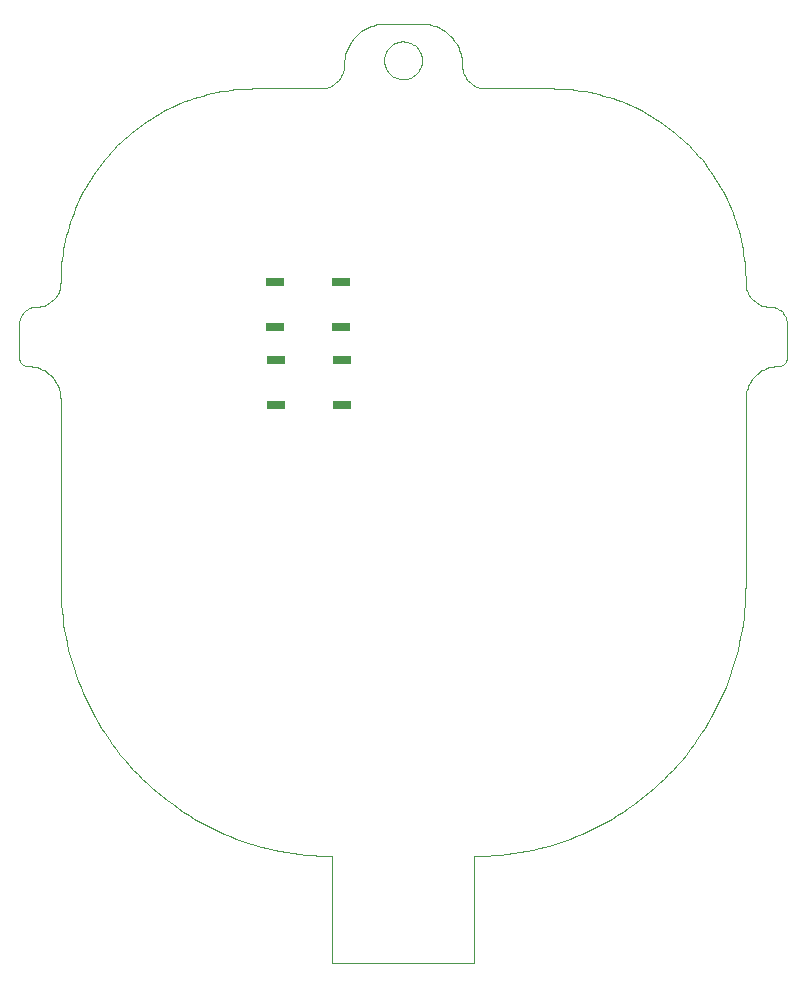
<source format=gbp>
G75*
%MOIN*%
%OFA0B0*%
%FSLAX24Y24*%
%IPPOS*%
%LPD*%
%AMOC8*
5,1,8,0,0,1.08239X$1,22.5*
%
%ADD10C,0.0000*%
%ADD11R,0.0600X0.0300*%
D10*
X010533Y001133D02*
X015257Y001133D01*
X015257Y004677D01*
X010533Y004677D02*
X010533Y001133D01*
X010533Y004677D02*
X010314Y004680D01*
X010096Y004688D01*
X009877Y004701D01*
X009659Y004719D01*
X009442Y004743D01*
X009225Y004772D01*
X009009Y004806D01*
X008793Y004846D01*
X008579Y004890D01*
X008366Y004940D01*
X008154Y004995D01*
X007944Y005055D01*
X007735Y005120D01*
X007528Y005190D01*
X007322Y005265D01*
X007118Y005345D01*
X006917Y005430D01*
X006717Y005520D01*
X006520Y005615D01*
X006325Y005714D01*
X006132Y005818D01*
X005942Y005927D01*
X005755Y006040D01*
X005571Y006158D01*
X005389Y006280D01*
X005211Y006406D01*
X005035Y006537D01*
X004863Y006672D01*
X004694Y006811D01*
X004528Y006954D01*
X004366Y007101D01*
X004208Y007252D01*
X004053Y007407D01*
X003902Y007565D01*
X003755Y007727D01*
X003612Y007893D01*
X003473Y008062D01*
X003338Y008234D01*
X003207Y008410D01*
X003081Y008588D01*
X002959Y008770D01*
X002841Y008954D01*
X002728Y009141D01*
X002619Y009331D01*
X002515Y009524D01*
X002416Y009719D01*
X002321Y009916D01*
X002231Y010116D01*
X002146Y010317D01*
X002066Y010521D01*
X001991Y010727D01*
X001921Y010934D01*
X001856Y011143D01*
X001796Y011353D01*
X001741Y011565D01*
X001691Y011778D01*
X001647Y011992D01*
X001607Y012208D01*
X001573Y012424D01*
X001544Y012641D01*
X001520Y012858D01*
X001502Y013076D01*
X001489Y013295D01*
X001481Y013513D01*
X001478Y013732D01*
X001478Y019916D01*
X001476Y019980D01*
X001471Y020044D01*
X001461Y020107D01*
X001448Y020170D01*
X001432Y020231D01*
X001412Y020292D01*
X001388Y020352D01*
X001361Y020410D01*
X001331Y020466D01*
X001297Y020520D01*
X001260Y020573D01*
X001221Y020623D01*
X001178Y020671D01*
X001133Y020716D01*
X001085Y020759D01*
X001035Y020798D01*
X000982Y020835D01*
X000928Y020869D01*
X000872Y020899D01*
X000814Y020926D01*
X000754Y020950D01*
X000693Y020970D01*
X000632Y020986D01*
X000569Y020999D01*
X000506Y021009D01*
X000442Y021014D01*
X000378Y021016D01*
X000347Y021018D01*
X000316Y021023D01*
X000286Y021032D01*
X000257Y021044D01*
X000230Y021059D01*
X000205Y021077D01*
X000181Y021097D01*
X000161Y021121D01*
X000143Y021146D01*
X000128Y021173D01*
X000116Y021202D01*
X000107Y021232D01*
X000102Y021263D01*
X000100Y021294D01*
X000100Y022427D01*
X000102Y022473D01*
X000108Y022519D01*
X000117Y022564D01*
X000130Y022608D01*
X000147Y022651D01*
X000167Y022692D01*
X000191Y022732D01*
X000217Y022769D01*
X000247Y022804D01*
X000280Y022837D01*
X000315Y022867D01*
X000352Y022893D01*
X000392Y022917D01*
X000433Y022937D01*
X000476Y022954D01*
X000520Y022967D01*
X000565Y022976D01*
X000611Y022982D01*
X000657Y022984D01*
X000713Y022986D01*
X000769Y022992D01*
X000824Y023001D01*
X000879Y023014D01*
X000932Y023031D01*
X000984Y023052D01*
X001035Y023076D01*
X001084Y023104D01*
X001130Y023134D01*
X001175Y023168D01*
X001217Y023205D01*
X001257Y023245D01*
X001294Y023287D01*
X001328Y023332D01*
X001358Y023378D01*
X001386Y023427D01*
X001410Y023478D01*
X001431Y023530D01*
X001448Y023583D01*
X001461Y023638D01*
X001470Y023693D01*
X001476Y023749D01*
X001478Y023805D01*
X001480Y023964D01*
X001486Y024122D01*
X001496Y024280D01*
X001509Y024438D01*
X001527Y024596D01*
X001548Y024753D01*
X001573Y024910D01*
X001602Y025066D01*
X001635Y025221D01*
X001672Y025375D01*
X001712Y025528D01*
X001756Y025681D01*
X001804Y025832D01*
X001856Y025982D01*
X001911Y026131D01*
X001970Y026278D01*
X002032Y026424D01*
X002098Y026568D01*
X002168Y026710D01*
X002241Y026851D01*
X002317Y026990D01*
X002397Y027127D01*
X002481Y027262D01*
X002567Y027395D01*
X002657Y027526D01*
X002750Y027654D01*
X002846Y027781D01*
X002945Y027904D01*
X003047Y028026D01*
X003152Y028145D01*
X003260Y028261D01*
X003371Y028374D01*
X003484Y028485D01*
X003600Y028593D01*
X003719Y028698D01*
X003841Y028800D01*
X003964Y028899D01*
X004091Y028995D01*
X004219Y029088D01*
X004350Y029178D01*
X004483Y029264D01*
X004618Y029348D01*
X004755Y029428D01*
X004894Y029504D01*
X005035Y029577D01*
X005177Y029647D01*
X005321Y029713D01*
X005467Y029775D01*
X005614Y029834D01*
X005763Y029889D01*
X005913Y029941D01*
X006064Y029989D01*
X006217Y030033D01*
X006370Y030073D01*
X006524Y030110D01*
X006679Y030143D01*
X006835Y030172D01*
X006992Y030197D01*
X007149Y030218D01*
X007307Y030236D01*
X007465Y030249D01*
X007623Y030259D01*
X007781Y030265D01*
X007940Y030267D01*
X010125Y030267D01*
X010139Y030268D02*
X010193Y030270D01*
X010246Y030275D01*
X010299Y030284D01*
X010351Y030297D01*
X010403Y030313D01*
X010453Y030333D01*
X010501Y030356D01*
X010548Y030383D01*
X010593Y030412D01*
X010636Y030445D01*
X010676Y030480D01*
X010714Y030518D01*
X010749Y030558D01*
X010782Y030601D01*
X010811Y030646D01*
X010838Y030693D01*
X010861Y030741D01*
X010881Y030791D01*
X010897Y030843D01*
X010910Y030895D01*
X010919Y030948D01*
X010924Y031001D01*
X010926Y031055D01*
X010927Y031055D02*
X010929Y031127D01*
X010935Y031199D01*
X010944Y031271D01*
X010957Y031342D01*
X010974Y031412D01*
X010994Y031481D01*
X011019Y031549D01*
X011046Y031615D01*
X011077Y031681D01*
X011112Y031744D01*
X011149Y031806D01*
X011190Y031865D01*
X011234Y031922D01*
X011281Y031977D01*
X011331Y032029D01*
X011383Y032079D01*
X011438Y032126D01*
X011495Y032170D01*
X011554Y032211D01*
X011616Y032248D01*
X011679Y032283D01*
X011745Y032314D01*
X011811Y032341D01*
X011879Y032366D01*
X011948Y032386D01*
X012018Y032403D01*
X012089Y032416D01*
X012161Y032425D01*
X012233Y032431D01*
X012305Y032433D01*
X013486Y032433D01*
X012265Y031205D02*
X012267Y031255D01*
X012273Y031305D01*
X012283Y031354D01*
X012297Y031402D01*
X012314Y031449D01*
X012335Y031494D01*
X012360Y031538D01*
X012388Y031579D01*
X012420Y031618D01*
X012454Y031655D01*
X012491Y031689D01*
X012531Y031719D01*
X012573Y031746D01*
X012617Y031770D01*
X012663Y031791D01*
X012710Y031807D01*
X012758Y031820D01*
X012808Y031829D01*
X012857Y031834D01*
X012908Y031835D01*
X012958Y031832D01*
X013007Y031825D01*
X013056Y031814D01*
X013104Y031799D01*
X013150Y031781D01*
X013195Y031759D01*
X013238Y031733D01*
X013279Y031704D01*
X013318Y031672D01*
X013354Y031637D01*
X013386Y031599D01*
X013416Y031559D01*
X013443Y031516D01*
X013466Y031472D01*
X013485Y031426D01*
X013501Y031378D01*
X013513Y031329D01*
X013521Y031280D01*
X013525Y031230D01*
X013525Y031180D01*
X013521Y031130D01*
X013513Y031081D01*
X013501Y031032D01*
X013485Y030984D01*
X013466Y030938D01*
X013443Y030894D01*
X013416Y030851D01*
X013386Y030811D01*
X013354Y030773D01*
X013318Y030738D01*
X013279Y030706D01*
X013238Y030677D01*
X013195Y030651D01*
X013150Y030629D01*
X013104Y030611D01*
X013056Y030596D01*
X013007Y030585D01*
X012958Y030578D01*
X012908Y030575D01*
X012857Y030576D01*
X012808Y030581D01*
X012758Y030590D01*
X012710Y030603D01*
X012663Y030619D01*
X012617Y030640D01*
X012573Y030664D01*
X012531Y030691D01*
X012491Y030721D01*
X012454Y030755D01*
X012420Y030792D01*
X012388Y030831D01*
X012360Y030872D01*
X012335Y030916D01*
X012314Y030961D01*
X012297Y031008D01*
X012283Y031056D01*
X012273Y031105D01*
X012267Y031155D01*
X012265Y031205D01*
X013486Y032433D02*
X013558Y032431D01*
X013630Y032425D01*
X013702Y032416D01*
X013773Y032403D01*
X013843Y032386D01*
X013912Y032366D01*
X013980Y032341D01*
X014046Y032314D01*
X014112Y032283D01*
X014175Y032248D01*
X014237Y032211D01*
X014296Y032170D01*
X014353Y032126D01*
X014408Y032079D01*
X014460Y032029D01*
X014510Y031977D01*
X014557Y031922D01*
X014601Y031865D01*
X014642Y031806D01*
X014679Y031744D01*
X014714Y031681D01*
X014745Y031615D01*
X014772Y031549D01*
X014797Y031481D01*
X014817Y031412D01*
X014834Y031342D01*
X014847Y031271D01*
X014856Y031199D01*
X014862Y031127D01*
X014864Y031055D01*
X014866Y031001D01*
X014871Y030948D01*
X014880Y030895D01*
X014893Y030843D01*
X014909Y030791D01*
X014929Y030741D01*
X014952Y030693D01*
X014979Y030646D01*
X015008Y030601D01*
X015041Y030558D01*
X015076Y030518D01*
X015114Y030480D01*
X015154Y030445D01*
X015197Y030412D01*
X015242Y030383D01*
X015289Y030356D01*
X015337Y030333D01*
X015387Y030313D01*
X015439Y030297D01*
X015491Y030284D01*
X015544Y030275D01*
X015597Y030270D01*
X015651Y030268D01*
X015665Y030267D02*
X017850Y030267D01*
X018009Y030265D01*
X018167Y030259D01*
X018325Y030249D01*
X018483Y030236D01*
X018641Y030218D01*
X018798Y030197D01*
X018955Y030172D01*
X019111Y030143D01*
X019266Y030110D01*
X019420Y030073D01*
X019573Y030033D01*
X019726Y029989D01*
X019877Y029941D01*
X020027Y029889D01*
X020176Y029834D01*
X020323Y029775D01*
X020469Y029713D01*
X020613Y029647D01*
X020755Y029577D01*
X020896Y029504D01*
X021035Y029428D01*
X021172Y029348D01*
X021307Y029264D01*
X021440Y029178D01*
X021571Y029088D01*
X021699Y028995D01*
X021826Y028899D01*
X021949Y028800D01*
X022071Y028698D01*
X022190Y028593D01*
X022306Y028485D01*
X022419Y028374D01*
X022530Y028261D01*
X022638Y028145D01*
X022743Y028026D01*
X022845Y027904D01*
X022944Y027781D01*
X023040Y027654D01*
X023133Y027526D01*
X023223Y027395D01*
X023309Y027262D01*
X023393Y027127D01*
X023473Y026990D01*
X023549Y026851D01*
X023622Y026710D01*
X023692Y026568D01*
X023758Y026424D01*
X023820Y026278D01*
X023879Y026131D01*
X023934Y025982D01*
X023986Y025832D01*
X024034Y025681D01*
X024078Y025528D01*
X024118Y025375D01*
X024155Y025221D01*
X024188Y025066D01*
X024217Y024910D01*
X024242Y024753D01*
X024263Y024596D01*
X024281Y024438D01*
X024294Y024280D01*
X024304Y024122D01*
X024310Y023964D01*
X024312Y023805D01*
X024313Y023805D02*
X024315Y023749D01*
X024321Y023693D01*
X024330Y023638D01*
X024343Y023583D01*
X024360Y023530D01*
X024381Y023478D01*
X024405Y023427D01*
X024433Y023378D01*
X024463Y023332D01*
X024497Y023287D01*
X024534Y023245D01*
X024574Y023205D01*
X024616Y023168D01*
X024661Y023134D01*
X024707Y023104D01*
X024756Y023076D01*
X024807Y023052D01*
X024859Y023031D01*
X024912Y023014D01*
X024967Y023001D01*
X025022Y022992D01*
X025078Y022986D01*
X025134Y022984D01*
X025180Y022982D01*
X025226Y022976D01*
X025271Y022967D01*
X025315Y022954D01*
X025358Y022937D01*
X025399Y022917D01*
X025439Y022893D01*
X025476Y022867D01*
X025511Y022837D01*
X025544Y022804D01*
X025574Y022769D01*
X025600Y022732D01*
X025624Y022692D01*
X025644Y022651D01*
X025661Y022608D01*
X025674Y022564D01*
X025683Y022519D01*
X025689Y022473D01*
X025691Y022427D01*
X025691Y021294D01*
X025690Y021294D02*
X025688Y021263D01*
X025683Y021232D01*
X025674Y021202D01*
X025662Y021173D01*
X025647Y021146D01*
X025629Y021121D01*
X025609Y021097D01*
X025585Y021077D01*
X025560Y021059D01*
X025533Y021044D01*
X025504Y021032D01*
X025474Y021023D01*
X025443Y021018D01*
X025412Y021016D01*
X025348Y021014D01*
X025284Y021009D01*
X025221Y020999D01*
X025158Y020986D01*
X025097Y020970D01*
X025036Y020950D01*
X024976Y020926D01*
X024918Y020899D01*
X024862Y020869D01*
X024808Y020835D01*
X024755Y020798D01*
X024705Y020759D01*
X024657Y020716D01*
X024612Y020671D01*
X024569Y020623D01*
X024530Y020573D01*
X024493Y020520D01*
X024459Y020466D01*
X024429Y020410D01*
X024402Y020352D01*
X024378Y020292D01*
X024358Y020231D01*
X024342Y020170D01*
X024329Y020107D01*
X024319Y020044D01*
X024314Y019980D01*
X024312Y019916D01*
X024313Y019916D02*
X024313Y013732D01*
X024312Y013732D02*
X024309Y013513D01*
X024301Y013295D01*
X024288Y013076D01*
X024270Y012858D01*
X024246Y012641D01*
X024217Y012424D01*
X024183Y012208D01*
X024143Y011992D01*
X024099Y011778D01*
X024049Y011565D01*
X023994Y011353D01*
X023934Y011143D01*
X023869Y010934D01*
X023799Y010727D01*
X023724Y010521D01*
X023644Y010317D01*
X023559Y010116D01*
X023469Y009916D01*
X023374Y009719D01*
X023275Y009524D01*
X023171Y009331D01*
X023062Y009141D01*
X022949Y008954D01*
X022831Y008770D01*
X022709Y008588D01*
X022583Y008410D01*
X022452Y008234D01*
X022317Y008062D01*
X022178Y007893D01*
X022035Y007727D01*
X021888Y007565D01*
X021737Y007407D01*
X021582Y007252D01*
X021424Y007101D01*
X021262Y006954D01*
X021096Y006811D01*
X020927Y006672D01*
X020755Y006537D01*
X020579Y006406D01*
X020401Y006280D01*
X020219Y006158D01*
X020035Y006040D01*
X019848Y005927D01*
X019658Y005818D01*
X019465Y005714D01*
X019270Y005615D01*
X019073Y005520D01*
X018873Y005430D01*
X018672Y005345D01*
X018468Y005265D01*
X018262Y005190D01*
X018055Y005120D01*
X017846Y005055D01*
X017636Y004995D01*
X017424Y004940D01*
X017211Y004890D01*
X016997Y004846D01*
X016781Y004806D01*
X016565Y004772D01*
X016348Y004743D01*
X016131Y004719D01*
X015913Y004701D01*
X015694Y004688D01*
X015476Y004680D01*
X015257Y004677D01*
D11*
X010862Y019713D03*
X010862Y021213D03*
X010832Y022333D03*
X010832Y023833D03*
X008632Y023833D03*
X008632Y022333D03*
X008662Y021213D03*
X008662Y019713D03*
M02*

</source>
